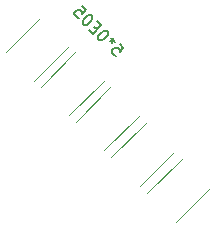
<source format=gbr>
G04 #@! TF.GenerationSoftware,KiCad,Pcbnew,(5.0.1)-3*
G04 #@! TF.CreationDate,2018-11-04T18:29:58+05:30*
G04 #@! TF.ProjectId,MosfetDriverOn210404,4D6F736665744472697665724F6E3231,rev?*
G04 #@! TF.SameCoordinates,Original*
G04 #@! TF.FileFunction,Legend,Bot*
G04 #@! TF.FilePolarity,Positive*
%FSLAX46Y46*%
G04 Gerber Fmt 4.6, Leading zero omitted, Abs format (unit mm)*
G04 Created by KiCad (PCBNEW (5.0.1)-3) date 11/4/2018 6:29:58 PM*
%MOMM*%
%LPD*%
G01*
G04 APERTURE LIST*
%ADD10C,0.120000*%
%ADD11C,0.150000*%
%ADD12C,2.082000*%
%ADD13C,2.082000*%
%ADD14C,0.100000*%
%ADD15C,3.658000*%
%ADD16C,1.902000*%
%ADD17C,1.702000*%
%ADD18C,3.302000*%
%ADD19C,1.702000*%
%ADD20C,1.802000*%
%ADD21C,1.802000*%
%ADD22O,1.802000X1.802000*%
%ADD23R,1.802000X1.802000*%
%ADD24C,2.102000*%
%ADD25C,1.902000*%
%ADD26C,1.452000*%
%ADD27C,1.102000*%
%ADD28C,0.702000*%
G04 APERTURE END LIST*
D10*
G04 #@! TO.C,R7*
X176757596Y-88101959D02*
X179659653Y-85199902D01*
X179175901Y-90520264D02*
X182077958Y-87618207D01*
G04 #@! TO.C,R8*
X167193311Y-78574933D02*
X170095368Y-75672876D01*
X164775006Y-76156628D02*
X167677063Y-73254571D01*
G04 #@! TO.C,R9*
X170150744Y-81495107D02*
X173052801Y-78593050D01*
X167732439Y-79076802D02*
X170634496Y-76174745D01*
G04 #@! TO.C,R11*
X170695924Y-82040286D02*
X173597980Y-79138228D01*
X173114228Y-84458592D02*
X176016284Y-81556534D01*
G04 #@! TO.C,R12*
X176122614Y-87466977D02*
X179024671Y-84564920D01*
X173704309Y-85048672D02*
X176606366Y-82146615D01*
G04 #@! TO.C,R8*
D11*
X174398274Y-75433824D02*
X174734992Y-75770541D01*
X174431946Y-76140931D01*
X174431946Y-76073587D01*
X174398274Y-75972572D01*
X174229915Y-75804213D01*
X174128900Y-75770541D01*
X174061557Y-75770541D01*
X173960541Y-75804213D01*
X173792183Y-75972572D01*
X173758511Y-76073587D01*
X173758511Y-76140931D01*
X173792183Y-76241946D01*
X173960541Y-76410305D01*
X174061557Y-76443976D01*
X174128900Y-76443976D01*
X173960541Y-74996091D02*
X173792183Y-75164450D01*
X174027885Y-75265465D02*
X173792183Y-75164450D01*
X173691167Y-74928748D01*
X173758511Y-75400152D02*
X173792183Y-75164450D01*
X173556480Y-75198122D01*
X173388122Y-74423671D02*
X173320778Y-74356328D01*
X173219763Y-74322656D01*
X173152419Y-74322656D01*
X173051404Y-74356328D01*
X172883045Y-74457343D01*
X172714687Y-74625702D01*
X172613671Y-74794061D01*
X172580000Y-74895076D01*
X172580000Y-74962419D01*
X172613671Y-75063435D01*
X172681015Y-75130778D01*
X172782030Y-75164450D01*
X172849374Y-75164450D01*
X172950389Y-75130778D01*
X173118748Y-75029763D01*
X173287106Y-74861404D01*
X173388122Y-74693045D01*
X173421793Y-74592030D01*
X173421793Y-74524687D01*
X173388122Y-74423671D01*
X172512656Y-74221641D02*
X172276954Y-73985938D01*
X171805549Y-74255312D02*
X172142267Y-74592030D01*
X172849374Y-73884923D01*
X172512656Y-73548206D01*
X172074923Y-73110473D02*
X172007580Y-73043129D01*
X171906564Y-73009458D01*
X171839221Y-73009458D01*
X171738206Y-73043129D01*
X171569847Y-73144145D01*
X171401488Y-73312503D01*
X171300473Y-73480862D01*
X171266801Y-73581877D01*
X171266801Y-73649221D01*
X171300473Y-73750236D01*
X171367816Y-73817580D01*
X171468832Y-73851251D01*
X171536175Y-73851251D01*
X171637190Y-73817580D01*
X171805549Y-73716564D01*
X171973908Y-73548206D01*
X172074923Y-73379847D01*
X172108595Y-73278832D01*
X172108595Y-73211488D01*
X172074923Y-73110473D01*
X171199458Y-72235007D02*
X171536175Y-72571725D01*
X171233129Y-72942114D01*
X171233129Y-72874771D01*
X171199458Y-72773755D01*
X171031099Y-72605397D01*
X170930084Y-72571725D01*
X170862740Y-72571725D01*
X170761725Y-72605397D01*
X170593366Y-72773755D01*
X170559694Y-72874771D01*
X170559694Y-72942114D01*
X170593366Y-73043129D01*
X170761725Y-73211488D01*
X170862740Y-73245160D01*
X170930084Y-73245160D01*
G04 #@! TD*
%LPC*%
D12*
G04 #@! TO.C,J4*
X109060000Y-143750000D03*
D13*
X108359964Y-144450036D02*
X109760036Y-143049964D01*
D12*
X112595534Y-147285534D03*
D14*
G36*
X114767766Y-146585498D02*
X111895498Y-149457766D01*
X110423302Y-147985570D01*
X113295570Y-145113302D01*
X114767766Y-146585498D01*
X114767766Y-146585498D01*
G37*
G04 #@! TD*
D15*
G04 #@! TO.C,Q4*
X154432320Y-71664422D03*
X161616525Y-64480218D03*
D16*
X164310602Y-70766398D03*
X162514551Y-72562449D03*
D14*
G36*
X160689495Y-73262590D02*
X160730800Y-73268717D01*
X160771305Y-73278863D01*
X160810621Y-73292930D01*
X160848368Y-73310784D01*
X160884184Y-73332251D01*
X160917723Y-73357125D01*
X160948663Y-73385167D01*
X161691833Y-74128337D01*
X161719875Y-74159277D01*
X161744749Y-74192816D01*
X161766216Y-74228632D01*
X161784070Y-74266379D01*
X161798137Y-74305695D01*
X161808283Y-74346200D01*
X161814410Y-74387505D01*
X161816459Y-74429211D01*
X161814410Y-74470917D01*
X161808283Y-74512222D01*
X161798137Y-74552727D01*
X161784070Y-74592043D01*
X161766216Y-74629790D01*
X161744749Y-74665606D01*
X161719875Y-74699145D01*
X161691833Y-74730085D01*
X161090085Y-75331833D01*
X161059145Y-75359875D01*
X161025606Y-75384749D01*
X160989790Y-75406216D01*
X160952043Y-75424070D01*
X160912727Y-75438137D01*
X160872222Y-75448283D01*
X160830917Y-75454410D01*
X160789211Y-75456459D01*
X160747505Y-75454410D01*
X160706200Y-75448283D01*
X160665695Y-75438137D01*
X160626379Y-75424070D01*
X160588632Y-75406216D01*
X160552816Y-75384749D01*
X160519277Y-75359875D01*
X160488337Y-75331833D01*
X159745167Y-74588663D01*
X159717125Y-74557723D01*
X159692251Y-74524184D01*
X159670784Y-74488368D01*
X159652930Y-74450621D01*
X159638863Y-74411305D01*
X159628717Y-74370800D01*
X159622590Y-74329495D01*
X159620541Y-74287789D01*
X159622590Y-74246083D01*
X159628717Y-74204778D01*
X159638863Y-74164273D01*
X159652930Y-74124957D01*
X159670784Y-74087210D01*
X159692251Y-74051394D01*
X159717125Y-74017855D01*
X159745167Y-73986915D01*
X160346915Y-73385167D01*
X160377855Y-73357125D01*
X160411394Y-73332251D01*
X160447210Y-73310784D01*
X160484957Y-73292930D01*
X160524273Y-73278863D01*
X160564778Y-73268717D01*
X160606083Y-73262590D01*
X160647789Y-73260541D01*
X160689495Y-73262590D01*
X160689495Y-73262590D01*
G37*
D17*
X160718500Y-74358500D03*
G04 #@! TD*
D14*
G04 #@! TO.C,Q3*
G36*
X148878495Y-85073590D02*
X148919800Y-85079717D01*
X148960305Y-85089863D01*
X148999621Y-85103930D01*
X149037368Y-85121784D01*
X149073184Y-85143251D01*
X149106723Y-85168125D01*
X149137663Y-85196167D01*
X149880833Y-85939337D01*
X149908875Y-85970277D01*
X149933749Y-86003816D01*
X149955216Y-86039632D01*
X149973070Y-86077379D01*
X149987137Y-86116695D01*
X149997283Y-86157200D01*
X150003410Y-86198505D01*
X150005459Y-86240211D01*
X150003410Y-86281917D01*
X149997283Y-86323222D01*
X149987137Y-86363727D01*
X149973070Y-86403043D01*
X149955216Y-86440790D01*
X149933749Y-86476606D01*
X149908875Y-86510145D01*
X149880833Y-86541085D01*
X149279085Y-87142833D01*
X149248145Y-87170875D01*
X149214606Y-87195749D01*
X149178790Y-87217216D01*
X149141043Y-87235070D01*
X149101727Y-87249137D01*
X149061222Y-87259283D01*
X149019917Y-87265410D01*
X148978211Y-87267459D01*
X148936505Y-87265410D01*
X148895200Y-87259283D01*
X148854695Y-87249137D01*
X148815379Y-87235070D01*
X148777632Y-87217216D01*
X148741816Y-87195749D01*
X148708277Y-87170875D01*
X148677337Y-87142833D01*
X147934167Y-86399663D01*
X147906125Y-86368723D01*
X147881251Y-86335184D01*
X147859784Y-86299368D01*
X147841930Y-86261621D01*
X147827863Y-86222305D01*
X147817717Y-86181800D01*
X147811590Y-86140495D01*
X147809541Y-86098789D01*
X147811590Y-86057083D01*
X147817717Y-86015778D01*
X147827863Y-85975273D01*
X147841930Y-85935957D01*
X147859784Y-85898210D01*
X147881251Y-85862394D01*
X147906125Y-85828855D01*
X147934167Y-85797915D01*
X148535915Y-85196167D01*
X148566855Y-85168125D01*
X148600394Y-85143251D01*
X148636210Y-85121784D01*
X148673957Y-85103930D01*
X148713273Y-85089863D01*
X148753778Y-85079717D01*
X148795083Y-85073590D01*
X148836789Y-85071541D01*
X148878495Y-85073590D01*
X148878495Y-85073590D01*
G37*
D17*
X148907500Y-86169500D03*
D16*
X150703551Y-84373449D03*
X152499602Y-82577398D03*
D15*
X149805525Y-76291218D03*
X142621320Y-83475422D03*
G04 #@! TD*
D14*
G04 #@! TO.C,IRFZ44N*
G36*
X173579995Y-102599590D02*
X173621300Y-102605717D01*
X173661805Y-102615863D01*
X173701121Y-102629930D01*
X173738868Y-102647784D01*
X173774684Y-102669251D01*
X173808223Y-102694125D01*
X173839163Y-102722167D01*
X174582333Y-103465337D01*
X174610375Y-103496277D01*
X174635249Y-103529816D01*
X174656716Y-103565632D01*
X174674570Y-103603379D01*
X174688637Y-103642695D01*
X174698783Y-103683200D01*
X174704910Y-103724505D01*
X174706959Y-103766211D01*
X174704910Y-103807917D01*
X174698783Y-103849222D01*
X174688637Y-103889727D01*
X174674570Y-103929043D01*
X174656716Y-103966790D01*
X174635249Y-104002606D01*
X174610375Y-104036145D01*
X174582333Y-104067085D01*
X173980585Y-104668833D01*
X173949645Y-104696875D01*
X173916106Y-104721749D01*
X173880290Y-104743216D01*
X173842543Y-104761070D01*
X173803227Y-104775137D01*
X173762722Y-104785283D01*
X173721417Y-104791410D01*
X173679711Y-104793459D01*
X173638005Y-104791410D01*
X173596700Y-104785283D01*
X173556195Y-104775137D01*
X173516879Y-104761070D01*
X173479132Y-104743216D01*
X173443316Y-104721749D01*
X173409777Y-104696875D01*
X173378837Y-104668833D01*
X172635667Y-103925663D01*
X172607625Y-103894723D01*
X172582751Y-103861184D01*
X172561284Y-103825368D01*
X172543430Y-103787621D01*
X172529363Y-103748305D01*
X172519217Y-103707800D01*
X172513090Y-103666495D01*
X172511041Y-103624789D01*
X172513090Y-103583083D01*
X172519217Y-103541778D01*
X172529363Y-103501273D01*
X172543430Y-103461957D01*
X172561284Y-103424210D01*
X172582751Y-103388394D01*
X172607625Y-103354855D01*
X172635667Y-103323915D01*
X173237415Y-102722167D01*
X173268355Y-102694125D01*
X173301894Y-102669251D01*
X173337710Y-102647784D01*
X173375457Y-102629930D01*
X173414773Y-102615863D01*
X173455278Y-102605717D01*
X173496583Y-102599590D01*
X173538289Y-102597541D01*
X173579995Y-102599590D01*
X173579995Y-102599590D01*
G37*
D17*
X173609000Y-103695500D03*
D16*
X171812949Y-105491551D03*
X170016898Y-107287602D03*
D15*
X172710975Y-113573782D03*
X179895180Y-106389578D03*
G04 #@! TD*
G04 #@! TO.C,Q2*
X191642680Y-94642078D03*
X184458475Y-101826282D03*
D16*
X181764398Y-95540102D03*
X183560449Y-93744051D03*
D14*
G36*
X185327495Y-90852090D02*
X185368800Y-90858217D01*
X185409305Y-90868363D01*
X185448621Y-90882430D01*
X185486368Y-90900284D01*
X185522184Y-90921751D01*
X185555723Y-90946625D01*
X185586663Y-90974667D01*
X186329833Y-91717837D01*
X186357875Y-91748777D01*
X186382749Y-91782316D01*
X186404216Y-91818132D01*
X186422070Y-91855879D01*
X186436137Y-91895195D01*
X186446283Y-91935700D01*
X186452410Y-91977005D01*
X186454459Y-92018711D01*
X186452410Y-92060417D01*
X186446283Y-92101722D01*
X186436137Y-92142227D01*
X186422070Y-92181543D01*
X186404216Y-92219290D01*
X186382749Y-92255106D01*
X186357875Y-92288645D01*
X186329833Y-92319585D01*
X185728085Y-92921333D01*
X185697145Y-92949375D01*
X185663606Y-92974249D01*
X185627790Y-92995716D01*
X185590043Y-93013570D01*
X185550727Y-93027637D01*
X185510222Y-93037783D01*
X185468917Y-93043910D01*
X185427211Y-93045959D01*
X185385505Y-93043910D01*
X185344200Y-93037783D01*
X185303695Y-93027637D01*
X185264379Y-93013570D01*
X185226632Y-92995716D01*
X185190816Y-92974249D01*
X185157277Y-92949375D01*
X185126337Y-92921333D01*
X184383167Y-92178163D01*
X184355125Y-92147223D01*
X184330251Y-92113684D01*
X184308784Y-92077868D01*
X184290930Y-92040121D01*
X184276863Y-92000805D01*
X184266717Y-91960300D01*
X184260590Y-91918995D01*
X184258541Y-91877289D01*
X184260590Y-91835583D01*
X184266717Y-91794278D01*
X184276863Y-91753773D01*
X184290930Y-91714457D01*
X184308784Y-91676710D01*
X184330251Y-91640894D01*
X184355125Y-91607355D01*
X184383167Y-91576415D01*
X184984915Y-90974667D01*
X185015855Y-90946625D01*
X185049394Y-90921751D01*
X185085210Y-90900284D01*
X185122957Y-90882430D01*
X185162273Y-90868363D01*
X185202778Y-90858217D01*
X185244083Y-90852090D01*
X185285789Y-90850041D01*
X185327495Y-90852090D01*
X185327495Y-90852090D01*
G37*
D17*
X185356500Y-91948000D03*
G04 #@! TD*
D18*
G04 #@! TO.C,REF\002A\002A*
X128670000Y-147550000D03*
G04 #@! TD*
G04 #@! TO.C,REF\002A\002A*
X108690000Y-113000000D03*
G04 #@! TD*
G04 #@! TO.C,REF\002A\002A*
X162306000Y-56896000D03*
G04 #@! TD*
D17*
G04 #@! TO.C,U5*
X149198470Y-97480524D03*
D19*
X149481313Y-97763367D02*
X148915627Y-97197681D01*
D17*
X159974778Y-97480524D03*
D19*
X160257621Y-97763367D02*
X159691935Y-97197681D01*
D17*
X150994522Y-95684473D03*
D19*
X151277365Y-95967316D02*
X150711679Y-95401630D01*
D17*
X158178726Y-99276576D03*
D19*
X158461569Y-99559419D02*
X157895883Y-98993733D01*
D17*
X152790573Y-93888422D03*
D19*
X153073416Y-94171265D02*
X152507730Y-93605579D01*
D17*
X156382675Y-101072627D03*
D19*
X156665518Y-101355470D02*
X156099832Y-100789784D01*
D17*
X154586624Y-92092371D03*
D19*
X154869467Y-92375214D02*
X154303781Y-91809528D01*
D17*
X154586624Y-102868678D03*
D14*
G36*
X156072962Y-103151521D02*
X154869467Y-104355016D01*
X153100286Y-102585835D01*
X154303781Y-101382340D01*
X156072962Y-103151521D01*
X156072962Y-103151521D01*
G37*
G04 #@! TD*
D20*
G04 #@! TO.C,J3*
X140458733Y-103447038D03*
D21*
X140458733Y-103447038D02*
X140458733Y-103447038D01*
D20*
X138662681Y-105243090D03*
D21*
X138662681Y-105243090D02*
X138662681Y-105243090D01*
D20*
X136866630Y-107039141D03*
D21*
X136866630Y-107039141D02*
X136866630Y-107039141D01*
D20*
X135070579Y-108835192D03*
D14*
G36*
X136344785Y-108835192D02*
X135070579Y-110109398D01*
X133796373Y-108835192D01*
X135070579Y-107560986D01*
X136344785Y-108835192D01*
X136344785Y-108835192D01*
G37*
G04 #@! TD*
D20*
G04 #@! TO.C,J5*
X143555146Y-106543451D03*
D21*
X143555146Y-106543451D02*
X143555146Y-106543451D01*
D20*
X141759094Y-108339503D03*
D21*
X141759094Y-108339503D02*
X141759094Y-108339503D01*
D20*
X139963043Y-110135554D03*
D21*
X139963043Y-110135554D02*
X139963043Y-110135554D01*
D20*
X138166992Y-111931605D03*
D14*
G36*
X139441198Y-111931605D02*
X138166992Y-113205811D01*
X136892786Y-111931605D01*
X138166992Y-110657399D01*
X139441198Y-111931605D01*
X139441198Y-111931605D01*
G37*
G04 #@! TD*
D20*
G04 #@! TO.C,J6*
X126698554Y-119706846D03*
D21*
X126698554Y-119706846D02*
X126698554Y-119706846D01*
D20*
X124902502Y-121502898D03*
D21*
X124902502Y-121502898D02*
X124902502Y-121502898D01*
D20*
X123106451Y-123298949D03*
D21*
X123106451Y-123298949D02*
X123106451Y-123298949D01*
D20*
X121310400Y-125095000D03*
D14*
G36*
X122584606Y-125095000D02*
X121310400Y-126369206D01*
X120036194Y-125095000D01*
X121310400Y-123820794D01*
X122584606Y-125095000D01*
X122584606Y-125095000D01*
G37*
G04 #@! TD*
D20*
G04 #@! TO.C,J7*
X131848046Y-140407846D03*
D21*
X131848046Y-140407846D02*
X131848046Y-140407846D01*
D20*
X133644098Y-142203898D03*
D21*
X133644098Y-142203898D02*
X133644098Y-142203898D01*
D20*
X135440149Y-143999949D03*
D21*
X135440149Y-143999949D02*
X135440149Y-143999949D01*
D20*
X137236200Y-145796000D03*
D14*
G36*
X137236200Y-144521794D02*
X138510406Y-145796000D01*
X137236200Y-147070206D01*
X135961994Y-145796000D01*
X137236200Y-144521794D01*
X137236200Y-144521794D01*
G37*
G04 #@! TD*
D20*
G04 #@! TO.C,J8*
X114104723Y-94584552D03*
D21*
X114104723Y-94584552D02*
X114104723Y-94584552D01*
D20*
X115962362Y-92852275D03*
D21*
X115962362Y-92852275D02*
X115962362Y-92852275D01*
D20*
X117820000Y-91120000D03*
D21*
X117820000Y-91120000D02*
X117820000Y-91120000D01*
D20*
X119677638Y-89387724D03*
D14*
G36*
X118404208Y-89343255D02*
X119722107Y-88114294D01*
X120951068Y-89432193D01*
X119633169Y-90661154D01*
X118404208Y-89343255D01*
X118404208Y-89343255D01*
G37*
G04 #@! TD*
D20*
G04 #@! TO.C,J10*
X129682425Y-122844392D03*
D21*
X129682425Y-122844392D02*
X129682425Y-122844392D01*
D20*
X127886373Y-124640444D03*
D21*
X127886373Y-124640444D02*
X127886373Y-124640444D01*
D20*
X126090322Y-126436495D03*
D21*
X126090322Y-126436495D02*
X126090322Y-126436495D01*
D20*
X124294271Y-128232546D03*
D14*
G36*
X125568477Y-128232546D02*
X124294271Y-129506752D01*
X123020065Y-128232546D01*
X124294271Y-126958340D01*
X125568477Y-128232546D01*
X125568477Y-128232546D01*
G37*
G04 #@! TD*
D12*
G04 #@! TO.C,J12*
X180848000Y-78910034D03*
D13*
X181548036Y-78209998D02*
X180147964Y-79610070D01*
D12*
X177312466Y-75374500D03*
D14*
G36*
X175140234Y-76074536D02*
X178012502Y-73202268D01*
X179484698Y-74674464D01*
X176612430Y-77546732D01*
X175140234Y-76074536D01*
X175140234Y-76074536D01*
G37*
G04 #@! TD*
D20*
G04 #@! TO.C,J1*
X146655109Y-109643416D03*
D21*
X146655109Y-109643416D02*
X146655109Y-109643416D01*
D20*
X144859057Y-111439468D03*
D21*
X144859057Y-111439468D02*
X144859057Y-111439468D01*
D20*
X143063006Y-113235519D03*
D21*
X143063006Y-113235519D02*
X143063006Y-113235519D01*
D20*
X141266955Y-115031570D03*
D14*
G36*
X142541161Y-115031570D02*
X141266955Y-116305776D01*
X139992749Y-115031570D01*
X141266955Y-113757364D01*
X142541161Y-115031570D01*
X142541161Y-115031570D01*
G37*
G04 #@! TD*
D22*
G04 #@! TO.C,J11*
X164020500Y-105346500D03*
X161480500Y-105346500D03*
X164020500Y-102806500D03*
D23*
X161480500Y-102806500D03*
G04 #@! TD*
D24*
G04 #@! TO.C,SW1*
X136568584Y-116260168D03*
X133386604Y-119442149D03*
X131972390Y-111663974D03*
X128790409Y-114845955D03*
G04 #@! TD*
G04 #@! TO.C,SW4*
X132376501Y-127424323D03*
X135558482Y-130606303D03*
X127780307Y-132020517D03*
X130962288Y-135202498D03*
G04 #@! TD*
D20*
G04 #@! TO.C,ISP*
X160260197Y-128995868D03*
D21*
X160260197Y-128995868D02*
X160260197Y-128995868D01*
D20*
X158464145Y-130791919D03*
D21*
X158464145Y-130791919D02*
X158464145Y-130791919D01*
D20*
X158464145Y-127199817D03*
D21*
X158464145Y-127199817D02*
X158464145Y-127199817D01*
D20*
X156668094Y-128995868D03*
D21*
X156668094Y-128995868D02*
X156668094Y-128995868D01*
D20*
X156668094Y-125403766D03*
D21*
X156668094Y-125403766D02*
X156668094Y-125403766D01*
D20*
X154872043Y-127199817D03*
D14*
G36*
X154872043Y-128474023D02*
X153597837Y-127199817D01*
X154872043Y-125925611D01*
X156146249Y-127199817D01*
X154872043Y-128474023D01*
X154872043Y-128474023D01*
G37*
G04 #@! TD*
D17*
G04 #@! TO.C,SW2*
X151190138Y-113100814D03*
D19*
X151190138Y-113100814D02*
X151190138Y-113100814D01*
D17*
X151190138Y-123877122D03*
D19*
X151190138Y-123877122D02*
X151190138Y-123877122D01*
D17*
X152986189Y-114896866D03*
D19*
X152986189Y-114896866D02*
X152986189Y-114896866D01*
D17*
X149394086Y-122081070D03*
D19*
X149394086Y-122081070D02*
X149394086Y-122081070D01*
D17*
X154782240Y-116692917D03*
D19*
X154782240Y-116692917D02*
X154782240Y-116692917D01*
D17*
X147598035Y-120285019D03*
D19*
X147598035Y-120285019D02*
X147598035Y-120285019D01*
D17*
X156578291Y-118488968D03*
D19*
X156578291Y-118488968D02*
X156578291Y-118488968D01*
D17*
X145801984Y-118488968D03*
D14*
G36*
X145801984Y-119692464D02*
X144598488Y-118488968D01*
X145801984Y-117285472D01*
X147005480Y-118488968D01*
X145801984Y-119692464D01*
X145801984Y-119692464D01*
G37*
G04 #@! TD*
D24*
G04 #@! TO.C,SW3*
X143531710Y-145574199D03*
X140349729Y-142392219D03*
X148127904Y-140978005D03*
X144945923Y-137796024D03*
G04 #@! TD*
D17*
G04 #@! TO.C,U3*
X168943780Y-89155095D03*
D19*
X168660937Y-89437938D02*
X169226623Y-88872252D01*
D17*
X168943780Y-99931403D03*
D19*
X168660937Y-100214246D02*
X169226623Y-99648560D01*
D17*
X170739831Y-90951147D03*
D19*
X170456988Y-91233990D02*
X171022674Y-90668304D01*
D17*
X167147728Y-98135351D03*
D19*
X166864885Y-98418194D02*
X167430571Y-97852508D01*
D17*
X172535882Y-92747198D03*
D19*
X172253039Y-93030041D02*
X172818725Y-92464355D01*
D17*
X165351677Y-96339300D03*
D19*
X165068834Y-96622143D02*
X165634520Y-96056457D01*
D17*
X174331933Y-94543249D03*
D19*
X174049090Y-94826092D02*
X174614776Y-94260406D01*
D17*
X163555626Y-94543249D03*
D14*
G36*
X163272783Y-96029587D02*
X162069288Y-94826092D01*
X163838469Y-93056911D01*
X165041964Y-94260406D01*
X163272783Y-96029587D01*
X163272783Y-96029587D01*
G37*
G04 #@! TD*
D16*
G04 #@! TO.C,D11*
X152537177Y-140580399D03*
D25*
X152537177Y-140580399D02*
X152537177Y-140580399D01*
D16*
X147149023Y-135192245D03*
D14*
G36*
X145804106Y-135192245D02*
X147149023Y-133847328D01*
X148493940Y-135192245D01*
X147149023Y-136537162D01*
X145804106Y-135192245D01*
X145804106Y-135192245D01*
G37*
G04 #@! TD*
D16*
G04 #@! TO.C,D12*
X155550853Y-138310898D03*
D25*
X155550853Y-138310898D02*
X155550853Y-138310898D01*
D16*
X150162699Y-132922744D03*
D14*
G36*
X148817782Y-132922744D02*
X150162699Y-131577827D01*
X151507616Y-132922744D01*
X150162699Y-134267661D01*
X148817782Y-132922744D01*
X148817782Y-132922744D01*
G37*
G04 #@! TD*
D16*
G04 #@! TO.C,D13*
X158142687Y-135782565D03*
D25*
X158142687Y-135782565D02*
X158142687Y-135782565D01*
D16*
X152754533Y-130394411D03*
D14*
G36*
X151409616Y-130394411D02*
X152754533Y-129049494D01*
X154099450Y-130394411D01*
X152754533Y-131739328D01*
X151409616Y-130394411D01*
X151409616Y-130394411D01*
G37*
G04 #@! TD*
D20*
G04 #@! TO.C,J9*
X157795502Y-140502098D03*
D21*
X157795502Y-140502098D02*
X157795502Y-140502098D01*
D20*
X155999451Y-142298149D03*
D21*
X155999451Y-142298149D02*
X155999451Y-142298149D01*
D20*
X154203400Y-144094200D03*
D14*
G36*
X155477606Y-144094200D02*
X154203400Y-145368406D01*
X152929194Y-144094200D01*
X154203400Y-142819994D01*
X155477606Y-144094200D01*
X155477606Y-144094200D01*
G37*
G04 #@! TD*
G04 #@! TO.C,R7*
G36*
X180787636Y-84188319D02*
X180813737Y-84192191D01*
X180839334Y-84198602D01*
X180864179Y-84207492D01*
X180888033Y-84218774D01*
X180910666Y-84232340D01*
X180931861Y-84248059D01*
X180951413Y-84265779D01*
X183012081Y-86326447D01*
X183029801Y-86345999D01*
X183045520Y-86367194D01*
X183059086Y-86389827D01*
X183070368Y-86413681D01*
X183079258Y-86438526D01*
X183085669Y-86464123D01*
X183089541Y-86490224D01*
X183090836Y-86516580D01*
X183089541Y-86542936D01*
X183085669Y-86569037D01*
X183079258Y-86594634D01*
X183070368Y-86619479D01*
X183059086Y-86643333D01*
X183045520Y-86665966D01*
X183029801Y-86687161D01*
X183012081Y-86706713D01*
X182365627Y-87353167D01*
X182346075Y-87370887D01*
X182324880Y-87386606D01*
X182302247Y-87400172D01*
X182278393Y-87411454D01*
X182253548Y-87420344D01*
X182227951Y-87426755D01*
X182201850Y-87430627D01*
X182175494Y-87431922D01*
X182149138Y-87430627D01*
X182123037Y-87426755D01*
X182097440Y-87420344D01*
X182072595Y-87411454D01*
X182048741Y-87400172D01*
X182026108Y-87386606D01*
X182004913Y-87370887D01*
X181985361Y-87353167D01*
X179924693Y-85292499D01*
X179906973Y-85272947D01*
X179891254Y-85251752D01*
X179877688Y-85229119D01*
X179866406Y-85205265D01*
X179857516Y-85180420D01*
X179851105Y-85154823D01*
X179847233Y-85128722D01*
X179845938Y-85102366D01*
X179847233Y-85076010D01*
X179851105Y-85049909D01*
X179857516Y-85024312D01*
X179866406Y-84999467D01*
X179877688Y-84975613D01*
X179891254Y-84952980D01*
X179906973Y-84931785D01*
X179924693Y-84912233D01*
X180571147Y-84265779D01*
X180590699Y-84248059D01*
X180611894Y-84232340D01*
X180634527Y-84218774D01*
X180658381Y-84207492D01*
X180683226Y-84198602D01*
X180708823Y-84192191D01*
X180734924Y-84188319D01*
X180761280Y-84187024D01*
X180787636Y-84188319D01*
X180787636Y-84188319D01*
G37*
D26*
X181468387Y-85809473D03*
D14*
G36*
X176686416Y-88289539D02*
X176712517Y-88293411D01*
X176738114Y-88299822D01*
X176762959Y-88308712D01*
X176786813Y-88319994D01*
X176809446Y-88333560D01*
X176830641Y-88349279D01*
X176850193Y-88366999D01*
X178910861Y-90427667D01*
X178928581Y-90447219D01*
X178944300Y-90468414D01*
X178957866Y-90491047D01*
X178969148Y-90514901D01*
X178978038Y-90539746D01*
X178984449Y-90565343D01*
X178988321Y-90591444D01*
X178989616Y-90617800D01*
X178988321Y-90644156D01*
X178984449Y-90670257D01*
X178978038Y-90695854D01*
X178969148Y-90720699D01*
X178957866Y-90744553D01*
X178944300Y-90767186D01*
X178928581Y-90788381D01*
X178910861Y-90807933D01*
X178264407Y-91454387D01*
X178244855Y-91472107D01*
X178223660Y-91487826D01*
X178201027Y-91501392D01*
X178177173Y-91512674D01*
X178152328Y-91521564D01*
X178126731Y-91527975D01*
X178100630Y-91531847D01*
X178074274Y-91533142D01*
X178047918Y-91531847D01*
X178021817Y-91527975D01*
X177996220Y-91521564D01*
X177971375Y-91512674D01*
X177947521Y-91501392D01*
X177924888Y-91487826D01*
X177903693Y-91472107D01*
X177884141Y-91454387D01*
X175823473Y-89393719D01*
X175805753Y-89374167D01*
X175790034Y-89352972D01*
X175776468Y-89330339D01*
X175765186Y-89306485D01*
X175756296Y-89281640D01*
X175749885Y-89256043D01*
X175746013Y-89229942D01*
X175744718Y-89203586D01*
X175746013Y-89177230D01*
X175749885Y-89151129D01*
X175756296Y-89125532D01*
X175765186Y-89100687D01*
X175776468Y-89076833D01*
X175790034Y-89054200D01*
X175805753Y-89033005D01*
X175823473Y-89013453D01*
X176469927Y-88366999D01*
X176489479Y-88349279D01*
X176510674Y-88333560D01*
X176533307Y-88319994D01*
X176557161Y-88308712D01*
X176582006Y-88299822D01*
X176607603Y-88293411D01*
X176633704Y-88289539D01*
X176660060Y-88288244D01*
X176686416Y-88289539D01*
X176686416Y-88289539D01*
G37*
D26*
X177367167Y-89910693D03*
G04 #@! TD*
D14*
G04 #@! TO.C,R8*
G36*
X164703827Y-76344208D02*
X164729928Y-76348080D01*
X164755525Y-76354491D01*
X164780370Y-76363381D01*
X164804224Y-76374663D01*
X164826857Y-76388229D01*
X164848052Y-76403948D01*
X164867604Y-76421668D01*
X166928272Y-78482336D01*
X166945992Y-78501888D01*
X166961711Y-78523083D01*
X166975277Y-78545716D01*
X166986559Y-78569570D01*
X166995449Y-78594415D01*
X167001860Y-78620012D01*
X167005732Y-78646113D01*
X167007027Y-78672469D01*
X167005732Y-78698825D01*
X167001860Y-78724926D01*
X166995449Y-78750523D01*
X166986559Y-78775368D01*
X166975277Y-78799222D01*
X166961711Y-78821855D01*
X166945992Y-78843050D01*
X166928272Y-78862602D01*
X166281818Y-79509056D01*
X166262266Y-79526776D01*
X166241071Y-79542495D01*
X166218438Y-79556061D01*
X166194584Y-79567343D01*
X166169739Y-79576233D01*
X166144142Y-79582644D01*
X166118041Y-79586516D01*
X166091685Y-79587811D01*
X166065329Y-79586516D01*
X166039228Y-79582644D01*
X166013631Y-79576233D01*
X165988786Y-79567343D01*
X165964932Y-79556061D01*
X165942299Y-79542495D01*
X165921104Y-79526776D01*
X165901552Y-79509056D01*
X163840884Y-77448388D01*
X163823164Y-77428836D01*
X163807445Y-77407641D01*
X163793879Y-77385008D01*
X163782597Y-77361154D01*
X163773707Y-77336309D01*
X163767296Y-77310712D01*
X163763424Y-77284611D01*
X163762129Y-77258255D01*
X163763424Y-77231899D01*
X163767296Y-77205798D01*
X163773707Y-77180201D01*
X163782597Y-77155356D01*
X163793879Y-77131502D01*
X163807445Y-77108869D01*
X163823164Y-77087674D01*
X163840884Y-77068122D01*
X164487338Y-76421668D01*
X164506890Y-76403948D01*
X164528085Y-76388229D01*
X164550718Y-76374663D01*
X164574572Y-76363381D01*
X164599417Y-76354491D01*
X164625014Y-76348080D01*
X164651115Y-76344208D01*
X164677471Y-76342913D01*
X164703827Y-76344208D01*
X164703827Y-76344208D01*
G37*
D26*
X165384578Y-77965362D03*
D14*
G36*
X168805045Y-72242988D02*
X168831146Y-72246860D01*
X168856743Y-72253271D01*
X168881588Y-72262161D01*
X168905442Y-72273443D01*
X168928075Y-72287009D01*
X168949270Y-72302728D01*
X168968822Y-72320448D01*
X171029490Y-74381116D01*
X171047210Y-74400668D01*
X171062929Y-74421863D01*
X171076495Y-74444496D01*
X171087777Y-74468350D01*
X171096667Y-74493195D01*
X171103078Y-74518792D01*
X171106950Y-74544893D01*
X171108245Y-74571249D01*
X171106950Y-74597605D01*
X171103078Y-74623706D01*
X171096667Y-74649303D01*
X171087777Y-74674148D01*
X171076495Y-74698002D01*
X171062929Y-74720635D01*
X171047210Y-74741830D01*
X171029490Y-74761382D01*
X170383036Y-75407836D01*
X170363484Y-75425556D01*
X170342289Y-75441275D01*
X170319656Y-75454841D01*
X170295802Y-75466123D01*
X170270957Y-75475013D01*
X170245360Y-75481424D01*
X170219259Y-75485296D01*
X170192903Y-75486591D01*
X170166547Y-75485296D01*
X170140446Y-75481424D01*
X170114849Y-75475013D01*
X170090004Y-75466123D01*
X170066150Y-75454841D01*
X170043517Y-75441275D01*
X170022322Y-75425556D01*
X170002770Y-75407836D01*
X167942102Y-73347168D01*
X167924382Y-73327616D01*
X167908663Y-73306421D01*
X167895097Y-73283788D01*
X167883815Y-73259934D01*
X167874925Y-73235089D01*
X167868514Y-73209492D01*
X167864642Y-73183391D01*
X167863347Y-73157035D01*
X167864642Y-73130679D01*
X167868514Y-73104578D01*
X167874925Y-73078981D01*
X167883815Y-73054136D01*
X167895097Y-73030282D01*
X167908663Y-73007649D01*
X167924382Y-72986454D01*
X167942102Y-72966902D01*
X168588556Y-72320448D01*
X168608108Y-72302728D01*
X168629303Y-72287009D01*
X168651936Y-72273443D01*
X168675790Y-72262161D01*
X168700635Y-72253271D01*
X168726232Y-72246860D01*
X168752333Y-72242988D01*
X168778689Y-72241693D01*
X168805045Y-72242988D01*
X168805045Y-72242988D01*
G37*
D26*
X169485796Y-73864142D03*
G04 #@! TD*
D14*
G04 #@! TO.C,R9*
G36*
X167661260Y-79264382D02*
X167687361Y-79268254D01*
X167712958Y-79274665D01*
X167737803Y-79283555D01*
X167761657Y-79294837D01*
X167784290Y-79308403D01*
X167805485Y-79324122D01*
X167825037Y-79341842D01*
X169885705Y-81402510D01*
X169903425Y-81422062D01*
X169919144Y-81443257D01*
X169932710Y-81465890D01*
X169943992Y-81489744D01*
X169952882Y-81514589D01*
X169959293Y-81540186D01*
X169963165Y-81566287D01*
X169964460Y-81592643D01*
X169963165Y-81618999D01*
X169959293Y-81645100D01*
X169952882Y-81670697D01*
X169943992Y-81695542D01*
X169932710Y-81719396D01*
X169919144Y-81742029D01*
X169903425Y-81763224D01*
X169885705Y-81782776D01*
X169239251Y-82429230D01*
X169219699Y-82446950D01*
X169198504Y-82462669D01*
X169175871Y-82476235D01*
X169152017Y-82487517D01*
X169127172Y-82496407D01*
X169101575Y-82502818D01*
X169075474Y-82506690D01*
X169049118Y-82507985D01*
X169022762Y-82506690D01*
X168996661Y-82502818D01*
X168971064Y-82496407D01*
X168946219Y-82487517D01*
X168922365Y-82476235D01*
X168899732Y-82462669D01*
X168878537Y-82446950D01*
X168858985Y-82429230D01*
X166798317Y-80368562D01*
X166780597Y-80349010D01*
X166764878Y-80327815D01*
X166751312Y-80305182D01*
X166740030Y-80281328D01*
X166731140Y-80256483D01*
X166724729Y-80230886D01*
X166720857Y-80204785D01*
X166719562Y-80178429D01*
X166720857Y-80152073D01*
X166724729Y-80125972D01*
X166731140Y-80100375D01*
X166740030Y-80075530D01*
X166751312Y-80051676D01*
X166764878Y-80029043D01*
X166780597Y-80007848D01*
X166798317Y-79988296D01*
X167444771Y-79341842D01*
X167464323Y-79324122D01*
X167485518Y-79308403D01*
X167508151Y-79294837D01*
X167532005Y-79283555D01*
X167556850Y-79274665D01*
X167582447Y-79268254D01*
X167608548Y-79264382D01*
X167634904Y-79263087D01*
X167661260Y-79264382D01*
X167661260Y-79264382D01*
G37*
D26*
X168342011Y-80885536D03*
D14*
G36*
X171762478Y-75163162D02*
X171788579Y-75167034D01*
X171814176Y-75173445D01*
X171839021Y-75182335D01*
X171862875Y-75193617D01*
X171885508Y-75207183D01*
X171906703Y-75222902D01*
X171926255Y-75240622D01*
X173986923Y-77301290D01*
X174004643Y-77320842D01*
X174020362Y-77342037D01*
X174033928Y-77364670D01*
X174045210Y-77388524D01*
X174054100Y-77413369D01*
X174060511Y-77438966D01*
X174064383Y-77465067D01*
X174065678Y-77491423D01*
X174064383Y-77517779D01*
X174060511Y-77543880D01*
X174054100Y-77569477D01*
X174045210Y-77594322D01*
X174033928Y-77618176D01*
X174020362Y-77640809D01*
X174004643Y-77662004D01*
X173986923Y-77681556D01*
X173340469Y-78328010D01*
X173320917Y-78345730D01*
X173299722Y-78361449D01*
X173277089Y-78375015D01*
X173253235Y-78386297D01*
X173228390Y-78395187D01*
X173202793Y-78401598D01*
X173176692Y-78405470D01*
X173150336Y-78406765D01*
X173123980Y-78405470D01*
X173097879Y-78401598D01*
X173072282Y-78395187D01*
X173047437Y-78386297D01*
X173023583Y-78375015D01*
X173000950Y-78361449D01*
X172979755Y-78345730D01*
X172960203Y-78328010D01*
X170899535Y-76267342D01*
X170881815Y-76247790D01*
X170866096Y-76226595D01*
X170852530Y-76203962D01*
X170841248Y-76180108D01*
X170832358Y-76155263D01*
X170825947Y-76129666D01*
X170822075Y-76103565D01*
X170820780Y-76077209D01*
X170822075Y-76050853D01*
X170825947Y-76024752D01*
X170832358Y-75999155D01*
X170841248Y-75974310D01*
X170852530Y-75950456D01*
X170866096Y-75927823D01*
X170881815Y-75906628D01*
X170899535Y-75887076D01*
X171545989Y-75240622D01*
X171565541Y-75222902D01*
X171586736Y-75207183D01*
X171609369Y-75193617D01*
X171633223Y-75182335D01*
X171658068Y-75173445D01*
X171683665Y-75167034D01*
X171709766Y-75163162D01*
X171736122Y-75161867D01*
X171762478Y-75163162D01*
X171762478Y-75163162D01*
G37*
D26*
X172443229Y-76784316D03*
G04 #@! TD*
D14*
G04 #@! TO.C,R11*
G36*
X174725963Y-78126646D02*
X174752064Y-78130518D01*
X174777661Y-78136929D01*
X174802506Y-78145819D01*
X174826360Y-78157101D01*
X174848993Y-78170667D01*
X174870188Y-78186386D01*
X174889740Y-78204106D01*
X176950408Y-80264774D01*
X176968128Y-80284326D01*
X176983847Y-80305521D01*
X176997413Y-80328154D01*
X177008695Y-80352008D01*
X177017585Y-80376853D01*
X177023996Y-80402450D01*
X177027868Y-80428551D01*
X177029163Y-80454907D01*
X177027868Y-80481263D01*
X177023996Y-80507364D01*
X177017585Y-80532961D01*
X177008695Y-80557806D01*
X176997413Y-80581660D01*
X176983847Y-80604293D01*
X176968128Y-80625488D01*
X176950408Y-80645040D01*
X176303954Y-81291494D01*
X176284402Y-81309214D01*
X176263207Y-81324933D01*
X176240574Y-81338499D01*
X176216720Y-81349781D01*
X176191875Y-81358671D01*
X176166278Y-81365082D01*
X176140177Y-81368954D01*
X176113821Y-81370249D01*
X176087465Y-81368954D01*
X176061364Y-81365082D01*
X176035767Y-81358671D01*
X176010922Y-81349781D01*
X175987068Y-81338499D01*
X175964435Y-81324933D01*
X175943240Y-81309214D01*
X175923688Y-81291494D01*
X173863020Y-79230826D01*
X173845300Y-79211274D01*
X173829581Y-79190079D01*
X173816015Y-79167446D01*
X173804733Y-79143592D01*
X173795843Y-79118747D01*
X173789432Y-79093150D01*
X173785560Y-79067049D01*
X173784265Y-79040693D01*
X173785560Y-79014337D01*
X173789432Y-78988236D01*
X173795843Y-78962639D01*
X173804733Y-78937794D01*
X173816015Y-78913940D01*
X173829581Y-78891307D01*
X173845300Y-78870112D01*
X173863020Y-78850560D01*
X174509474Y-78204106D01*
X174529026Y-78186386D01*
X174550221Y-78170667D01*
X174572854Y-78157101D01*
X174596708Y-78145819D01*
X174621553Y-78136929D01*
X174647150Y-78130518D01*
X174673251Y-78126646D01*
X174699607Y-78125351D01*
X174725963Y-78126646D01*
X174725963Y-78126646D01*
G37*
D26*
X175406714Y-79747800D03*
D14*
G36*
X170624743Y-82227866D02*
X170650844Y-82231738D01*
X170676441Y-82238149D01*
X170701286Y-82247039D01*
X170725140Y-82258321D01*
X170747773Y-82271887D01*
X170768968Y-82287606D01*
X170788520Y-82305326D01*
X172849188Y-84365994D01*
X172866908Y-84385546D01*
X172882627Y-84406741D01*
X172896193Y-84429374D01*
X172907475Y-84453228D01*
X172916365Y-84478073D01*
X172922776Y-84503670D01*
X172926648Y-84529771D01*
X172927943Y-84556127D01*
X172926648Y-84582483D01*
X172922776Y-84608584D01*
X172916365Y-84634181D01*
X172907475Y-84659026D01*
X172896193Y-84682880D01*
X172882627Y-84705513D01*
X172866908Y-84726708D01*
X172849188Y-84746260D01*
X172202734Y-85392714D01*
X172183182Y-85410434D01*
X172161987Y-85426153D01*
X172139354Y-85439719D01*
X172115500Y-85451001D01*
X172090655Y-85459891D01*
X172065058Y-85466302D01*
X172038957Y-85470174D01*
X172012601Y-85471469D01*
X171986245Y-85470174D01*
X171960144Y-85466302D01*
X171934547Y-85459891D01*
X171909702Y-85451001D01*
X171885848Y-85439719D01*
X171863215Y-85426153D01*
X171842020Y-85410434D01*
X171822468Y-85392714D01*
X169761800Y-83332046D01*
X169744080Y-83312494D01*
X169728361Y-83291299D01*
X169714795Y-83268666D01*
X169703513Y-83244812D01*
X169694623Y-83219967D01*
X169688212Y-83194370D01*
X169684340Y-83168269D01*
X169683045Y-83141913D01*
X169684340Y-83115557D01*
X169688212Y-83089456D01*
X169694623Y-83063859D01*
X169703513Y-83039014D01*
X169714795Y-83015160D01*
X169728361Y-82992527D01*
X169744080Y-82971332D01*
X169761800Y-82951780D01*
X170408254Y-82305326D01*
X170427806Y-82287606D01*
X170449001Y-82271887D01*
X170471634Y-82258321D01*
X170495488Y-82247039D01*
X170520333Y-82238149D01*
X170545930Y-82231738D01*
X170572031Y-82227866D01*
X170598387Y-82226571D01*
X170624743Y-82227866D01*
X170624743Y-82227866D01*
G37*
D26*
X171305494Y-83849020D03*
G04 #@! TD*
D14*
G04 #@! TO.C,R12*
G36*
X173633129Y-85236252D02*
X173659230Y-85240124D01*
X173684827Y-85246535D01*
X173709672Y-85255425D01*
X173733526Y-85266707D01*
X173756159Y-85280273D01*
X173777354Y-85295992D01*
X173796906Y-85313712D01*
X175857574Y-87374380D01*
X175875294Y-87393932D01*
X175891013Y-87415127D01*
X175904579Y-87437760D01*
X175915861Y-87461614D01*
X175924751Y-87486459D01*
X175931162Y-87512056D01*
X175935034Y-87538157D01*
X175936329Y-87564513D01*
X175935034Y-87590869D01*
X175931162Y-87616970D01*
X175924751Y-87642567D01*
X175915861Y-87667412D01*
X175904579Y-87691266D01*
X175891013Y-87713899D01*
X175875294Y-87735094D01*
X175857574Y-87754646D01*
X175211120Y-88401100D01*
X175191568Y-88418820D01*
X175170373Y-88434539D01*
X175147740Y-88448105D01*
X175123886Y-88459387D01*
X175099041Y-88468277D01*
X175073444Y-88474688D01*
X175047343Y-88478560D01*
X175020987Y-88479855D01*
X174994631Y-88478560D01*
X174968530Y-88474688D01*
X174942933Y-88468277D01*
X174918088Y-88459387D01*
X174894234Y-88448105D01*
X174871601Y-88434539D01*
X174850406Y-88418820D01*
X174830854Y-88401100D01*
X172770186Y-86340432D01*
X172752466Y-86320880D01*
X172736747Y-86299685D01*
X172723181Y-86277052D01*
X172711899Y-86253198D01*
X172703009Y-86228353D01*
X172696598Y-86202756D01*
X172692726Y-86176655D01*
X172691431Y-86150299D01*
X172692726Y-86123943D01*
X172696598Y-86097842D01*
X172703009Y-86072245D01*
X172711899Y-86047400D01*
X172723181Y-86023546D01*
X172736747Y-86000913D01*
X172752466Y-85979718D01*
X172770186Y-85960166D01*
X173416640Y-85313712D01*
X173436192Y-85295992D01*
X173457387Y-85280273D01*
X173480020Y-85266707D01*
X173503874Y-85255425D01*
X173528719Y-85246535D01*
X173554316Y-85240124D01*
X173580417Y-85236252D01*
X173606773Y-85234957D01*
X173633129Y-85236252D01*
X173633129Y-85236252D01*
G37*
D26*
X174313880Y-86857406D03*
D14*
G36*
X177734349Y-81135032D02*
X177760450Y-81138904D01*
X177786047Y-81145315D01*
X177810892Y-81154205D01*
X177834746Y-81165487D01*
X177857379Y-81179053D01*
X177878574Y-81194772D01*
X177898126Y-81212492D01*
X179958794Y-83273160D01*
X179976514Y-83292712D01*
X179992233Y-83313907D01*
X180005799Y-83336540D01*
X180017081Y-83360394D01*
X180025971Y-83385239D01*
X180032382Y-83410836D01*
X180036254Y-83436937D01*
X180037549Y-83463293D01*
X180036254Y-83489649D01*
X180032382Y-83515750D01*
X180025971Y-83541347D01*
X180017081Y-83566192D01*
X180005799Y-83590046D01*
X179992233Y-83612679D01*
X179976514Y-83633874D01*
X179958794Y-83653426D01*
X179312340Y-84299880D01*
X179292788Y-84317600D01*
X179271593Y-84333319D01*
X179248960Y-84346885D01*
X179225106Y-84358167D01*
X179200261Y-84367057D01*
X179174664Y-84373468D01*
X179148563Y-84377340D01*
X179122207Y-84378635D01*
X179095851Y-84377340D01*
X179069750Y-84373468D01*
X179044153Y-84367057D01*
X179019308Y-84358167D01*
X178995454Y-84346885D01*
X178972821Y-84333319D01*
X178951626Y-84317600D01*
X178932074Y-84299880D01*
X176871406Y-82239212D01*
X176853686Y-82219660D01*
X176837967Y-82198465D01*
X176824401Y-82175832D01*
X176813119Y-82151978D01*
X176804229Y-82127133D01*
X176797818Y-82101536D01*
X176793946Y-82075435D01*
X176792651Y-82049079D01*
X176793946Y-82022723D01*
X176797818Y-81996622D01*
X176804229Y-81971025D01*
X176813119Y-81946180D01*
X176824401Y-81922326D01*
X176837967Y-81899693D01*
X176853686Y-81878498D01*
X176871406Y-81858946D01*
X177517860Y-81212492D01*
X177537412Y-81194772D01*
X177558607Y-81179053D01*
X177581240Y-81165487D01*
X177605094Y-81154205D01*
X177629939Y-81145315D01*
X177655536Y-81138904D01*
X177681637Y-81135032D01*
X177707993Y-81133737D01*
X177734349Y-81135032D01*
X177734349Y-81135032D01*
G37*
D26*
X178415100Y-82756186D03*
G04 #@! TD*
D20*
G04 #@! TO.C,J13*
X140970000Y-98171000D03*
D14*
G36*
X140970000Y-99445206D02*
X139695794Y-98171000D01*
X140970000Y-96896794D01*
X142244206Y-98171000D01*
X140970000Y-99445206D01*
X140970000Y-99445206D01*
G37*
D20*
X142766051Y-99967051D03*
D21*
X142766051Y-99967051D02*
X142766051Y-99967051D01*
G04 #@! TD*
D18*
G04 #@! TO.C,REF\002A\002A*
X199390000Y-93853000D03*
G04 #@! TD*
D27*
X161239200Y-123621800D03*
X118364000Y-146304000D03*
X119380000Y-147320000D03*
X117348000Y-147320000D03*
X116332000Y-148336000D03*
X120480000Y-148380000D03*
X118364000Y-148336000D03*
X156972000Y-149352000D03*
X157988000Y-148336000D03*
X159004000Y-147320000D03*
X160020000Y-146304000D03*
X161036000Y-145288000D03*
X162052000Y-144272000D03*
X163068000Y-143256000D03*
X164084000Y-142240000D03*
X164084000Y-140716000D03*
X165100000Y-138684000D03*
X166116000Y-137668000D03*
X159004000Y-149352000D03*
X160020000Y-148336000D03*
X161036000Y-147320000D03*
X162052000Y-146304000D03*
X163068000Y-145288000D03*
X164084000Y-144272000D03*
X165608000Y-140716000D03*
X165608000Y-142240000D03*
X167640000Y-138176000D03*
X134620000Y-87376000D03*
X133096000Y-87122000D03*
X133350000Y-88646000D03*
X131826000Y-88392000D03*
X132080000Y-89916000D03*
X130556000Y-89662000D03*
X130810000Y-91186000D03*
X138684000Y-94996000D03*
X140208000Y-93980000D03*
X140208000Y-95504000D03*
X138684000Y-96520000D03*
X166624000Y-117856000D03*
X166624000Y-115824000D03*
X163576000Y-109728000D03*
X163068000Y-111252000D03*
X162052000Y-112268000D03*
X161036000Y-113284000D03*
X162560000Y-97536000D03*
X158496000Y-90424000D03*
X157480000Y-91440000D03*
X155448000Y-94488000D03*
X156464000Y-93472000D03*
X161830000Y-96360000D03*
X157988000Y-107188000D03*
X116332000Y-95504000D03*
X117348000Y-94488000D03*
X119888000Y-101092000D03*
X123444000Y-86360000D03*
X124968000Y-85344000D03*
X126492000Y-84328000D03*
X128016000Y-83312000D03*
X129540000Y-82296000D03*
X168148000Y-60960000D03*
X165608000Y-82296000D03*
X166624000Y-83312000D03*
X164592000Y-83312000D03*
X165608000Y-84328000D03*
X163576000Y-67818000D03*
X165100000Y-67818000D03*
X166624000Y-67818000D03*
X168148000Y-67818000D03*
X169672000Y-67818000D03*
X170942000Y-68834000D03*
X169672000Y-69850000D03*
X171958000Y-70104000D03*
X170688000Y-71120000D03*
X184658000Y-82296000D03*
X187198000Y-93726000D03*
X187452000Y-92202000D03*
X188976000Y-92202000D03*
X190246000Y-91186000D03*
X191262000Y-89916000D03*
X182626000Y-99060000D03*
X181610000Y-98044000D03*
X178310000Y-95140000D03*
X181610000Y-91948000D03*
X182880000Y-91440000D03*
X181610000Y-90678000D03*
X170307000Y-97409000D03*
X169164000Y-96266000D03*
X167894000Y-94996000D03*
X166624000Y-93726000D03*
X165354000Y-92456000D03*
X136330000Y-100980000D03*
X135240000Y-102090000D03*
X117729000Y-124968000D03*
X117729000Y-126619000D03*
X117729000Y-128270000D03*
X111760000Y-129794000D03*
X111760000Y-128270000D03*
X111760000Y-126619000D03*
X111760000Y-124968000D03*
X117729000Y-129794000D03*
X143891000Y-125730000D03*
X142875000Y-126746000D03*
X129032000Y-136906000D03*
X129921000Y-137922000D03*
X121920000Y-131445000D03*
X121920000Y-132969000D03*
X121920000Y-134493000D03*
X118999000Y-127508000D03*
X118999000Y-129159000D03*
X118999000Y-125857000D03*
X110363000Y-125730000D03*
X110363000Y-127381000D03*
X110363000Y-129032000D03*
X131318000Y-131064000D03*
X165608000Y-116586000D03*
X151511000Y-100838000D03*
X166497000Y-60960000D03*
X164973000Y-60960000D03*
X163322000Y-60960000D03*
X165735000Y-59563000D03*
X167386000Y-59563000D03*
X164211000Y-59563000D03*
X183896000Y-117602000D03*
X182372000Y-116586000D03*
X182880000Y-118872000D03*
X181356000Y-117856000D03*
X181864000Y-120142000D03*
X180340000Y-119126000D03*
X180848000Y-121412000D03*
X177800000Y-126080000D03*
X176580000Y-127490000D03*
X175450000Y-128910000D03*
X194945000Y-96520000D03*
X195961000Y-95504000D03*
X196342000Y-96774000D03*
X195326000Y-97790000D03*
X193929000Y-97536000D03*
X194183000Y-98933000D03*
X192786000Y-98552000D03*
X193040000Y-99949000D03*
X191643000Y-99568000D03*
X166623999Y-139191999D03*
X146010000Y-115950000D03*
X146930000Y-114950000D03*
X147860000Y-113990000D03*
X148870000Y-113000000D03*
X149098000Y-116332000D03*
X150876000Y-116332000D03*
X150114000Y-117602000D03*
X151892000Y-117602000D03*
X151130000Y-118872000D03*
X152654000Y-118872000D03*
X166624000Y-113665000D03*
X165735000Y-114808000D03*
X183388000Y-115316000D03*
X163068000Y-74676000D03*
X133096000Y-149860000D03*
X132334000Y-148844000D03*
X131572000Y-149860000D03*
X132588000Y-130302000D03*
X133350000Y-131572000D03*
X145288000Y-68580000D03*
X146558000Y-67564000D03*
X147828000Y-66548000D03*
X149098000Y-65532000D03*
X149352000Y-67056000D03*
X148082000Y-68072000D03*
X146812000Y-69088000D03*
X183134000Y-82296000D03*
X115316000Y-96520000D03*
X111252000Y-96266000D03*
X110236000Y-97282000D03*
X109220000Y-98551998D03*
X108204000Y-99568000D03*
X132000000Y-114260000D03*
X133740000Y-114470000D03*
X133660000Y-116070000D03*
X156710000Y-123380000D03*
D28*
X162850000Y-101170000D03*
D27*
X157070000Y-103560000D03*
D28*
X157829999Y-104480001D03*
X135230000Y-100950000D03*
X162990000Y-130370000D03*
X163450000Y-129260002D03*
X163570000Y-129930000D03*
D27*
X174360000Y-130270000D03*
D28*
X162960000Y-84040000D03*
X162380000Y-84590000D03*
X161810000Y-85180000D03*
D27*
X120904000Y-117729000D03*
X177800000Y-114808000D03*
X178816000Y-113792000D03*
X114808000Y-115214400D03*
X114782600Y-116535200D03*
X112610000Y-140290000D03*
X111010000Y-140820000D03*
X112020000Y-141800000D03*
X143002000Y-77216000D03*
X140970000Y-79248000D03*
X139954000Y-80264000D03*
X144381286Y-76454000D03*
X141986000Y-78232000D03*
X138938000Y-81534000D03*
X179832000Y-111252000D03*
X179832000Y-112776000D03*
X176784000Y-115824000D03*
X175587874Y-116840000D03*
X115770000Y-137089998D03*
X114782602Y-138115330D03*
X113640000Y-139280000D03*
X136271000Y-123621800D03*
X155549600Y-122047000D03*
X147675600Y-139090400D03*
X169809210Y-121843800D03*
M02*

</source>
